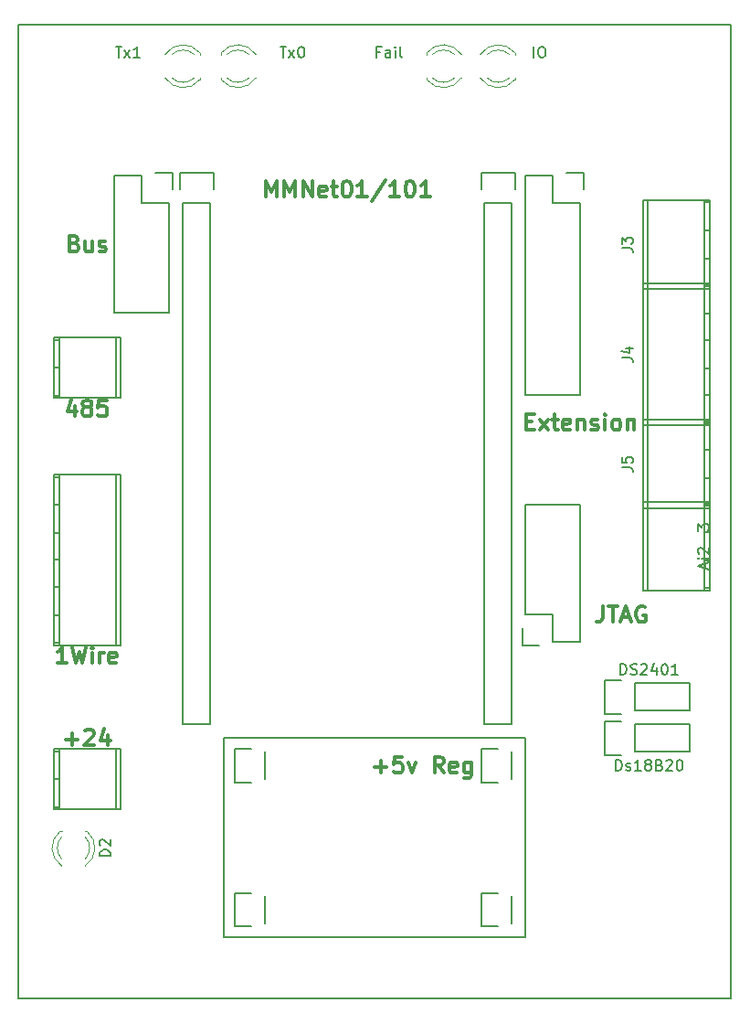
<source format=gbr>
%TF.GenerationSoftware,KiCad,Pcbnew,4.0.7*%
%TF.CreationDate,2018-04-11T17:00:31+03:00*%
%TF.ProjectId,mmnet_base_00,6D6D6E65745F626173655F30302E6B69,rev?*%
%TF.FileFunction,Legend,Top*%
%FSLAX46Y46*%
G04 Gerber Fmt 4.6, Leading zero omitted, Abs format (unit mm)*
G04 Created by KiCad (PCBNEW 4.0.7) date 04/11/18 17:00:31*
%MOMM*%
%LPD*%
G01*
G04 APERTURE LIST*
%ADD10C,0.100000*%
%ADD11C,0.150000*%
%ADD12C,0.300000*%
%ADD13C,0.200000*%
%ADD14C,0.120000*%
G04 APERTURE END LIST*
D10*
D11*
X170180000Y-41910000D02*
X170180000Y-132080000D01*
X104140000Y-41910000D02*
X104140000Y-132080000D01*
X170180000Y-132080000D02*
X104140000Y-132080000D01*
X104140000Y-41910000D02*
X170180000Y-41910000D01*
D12*
X108597143Y-101008571D02*
X107740000Y-101008571D01*
X108168572Y-101008571D02*
X108168572Y-99508571D01*
X108025715Y-99722857D01*
X107882857Y-99865714D01*
X107740000Y-99937143D01*
X109097143Y-99508571D02*
X109454286Y-101008571D01*
X109740000Y-99937143D01*
X110025714Y-101008571D01*
X110382857Y-99508571D01*
X110954286Y-101008571D02*
X110954286Y-100008571D01*
X110954286Y-99508571D02*
X110882857Y-99580000D01*
X110954286Y-99651429D01*
X111025714Y-99580000D01*
X110954286Y-99508571D01*
X110954286Y-99651429D01*
X111668572Y-101008571D02*
X111668572Y-100008571D01*
X111668572Y-100294286D02*
X111740000Y-100151429D01*
X111811429Y-100080000D01*
X111954286Y-100008571D01*
X112097143Y-100008571D01*
X113168571Y-100937143D02*
X113025714Y-101008571D01*
X112740000Y-101008571D01*
X112597143Y-100937143D01*
X112525714Y-100794286D01*
X112525714Y-100222857D01*
X112597143Y-100080000D01*
X112740000Y-100008571D01*
X113025714Y-100008571D01*
X113168571Y-100080000D01*
X113240000Y-100222857D01*
X113240000Y-100365714D01*
X112525714Y-100508571D01*
X108490001Y-108057143D02*
X109632858Y-108057143D01*
X109061429Y-108628571D02*
X109061429Y-107485714D01*
X110275715Y-107271429D02*
X110347144Y-107200000D01*
X110490001Y-107128571D01*
X110847144Y-107128571D01*
X110990001Y-107200000D01*
X111061430Y-107271429D01*
X111132858Y-107414286D01*
X111132858Y-107557143D01*
X111061430Y-107771429D01*
X110204287Y-108628571D01*
X111132858Y-108628571D01*
X112418572Y-107628571D02*
X112418572Y-108628571D01*
X112061429Y-107057143D02*
X111704286Y-108128571D01*
X112632858Y-108128571D01*
X109347144Y-77148571D02*
X109347144Y-78148571D01*
X108990001Y-76577143D02*
X108632858Y-77648571D01*
X109561430Y-77648571D01*
X110347144Y-77291429D02*
X110204286Y-77220000D01*
X110132858Y-77148571D01*
X110061429Y-77005714D01*
X110061429Y-76934286D01*
X110132858Y-76791429D01*
X110204286Y-76720000D01*
X110347144Y-76648571D01*
X110632858Y-76648571D01*
X110775715Y-76720000D01*
X110847144Y-76791429D01*
X110918572Y-76934286D01*
X110918572Y-77005714D01*
X110847144Y-77148571D01*
X110775715Y-77220000D01*
X110632858Y-77291429D01*
X110347144Y-77291429D01*
X110204286Y-77362857D01*
X110132858Y-77434286D01*
X110061429Y-77577143D01*
X110061429Y-77862857D01*
X110132858Y-78005714D01*
X110204286Y-78077143D01*
X110347144Y-78148571D01*
X110632858Y-78148571D01*
X110775715Y-78077143D01*
X110847144Y-78005714D01*
X110918572Y-77862857D01*
X110918572Y-77577143D01*
X110847144Y-77434286D01*
X110775715Y-77362857D01*
X110632858Y-77291429D01*
X112275715Y-76648571D02*
X111561429Y-76648571D01*
X111490000Y-77362857D01*
X111561429Y-77291429D01*
X111704286Y-77220000D01*
X112061429Y-77220000D01*
X112204286Y-77291429D01*
X112275715Y-77362857D01*
X112347143Y-77505714D01*
X112347143Y-77862857D01*
X112275715Y-78005714D01*
X112204286Y-78077143D01*
X112061429Y-78148571D01*
X111704286Y-78148571D01*
X111561429Y-78077143D01*
X111490000Y-78005714D01*
X109311429Y-62122857D02*
X109525715Y-62194286D01*
X109597143Y-62265714D01*
X109668572Y-62408571D01*
X109668572Y-62622857D01*
X109597143Y-62765714D01*
X109525715Y-62837143D01*
X109382857Y-62908571D01*
X108811429Y-62908571D01*
X108811429Y-61408571D01*
X109311429Y-61408571D01*
X109454286Y-61480000D01*
X109525715Y-61551429D01*
X109597143Y-61694286D01*
X109597143Y-61837143D01*
X109525715Y-61980000D01*
X109454286Y-62051429D01*
X109311429Y-62122857D01*
X108811429Y-62122857D01*
X110954286Y-61908571D02*
X110954286Y-62908571D01*
X110311429Y-61908571D02*
X110311429Y-62694286D01*
X110382857Y-62837143D01*
X110525715Y-62908571D01*
X110740000Y-62908571D01*
X110882857Y-62837143D01*
X110954286Y-62765714D01*
X111597143Y-62837143D02*
X111740000Y-62908571D01*
X112025715Y-62908571D01*
X112168572Y-62837143D01*
X112240000Y-62694286D01*
X112240000Y-62622857D01*
X112168572Y-62480000D01*
X112025715Y-62408571D01*
X111811429Y-62408571D01*
X111668572Y-62337143D01*
X111597143Y-62194286D01*
X111597143Y-62122857D01*
X111668572Y-61980000D01*
X111811429Y-61908571D01*
X112025715Y-61908571D01*
X112168572Y-61980000D01*
X151210000Y-78632857D02*
X151710000Y-78632857D01*
X151924286Y-79418571D02*
X151210000Y-79418571D01*
X151210000Y-77918571D01*
X151924286Y-77918571D01*
X152424286Y-79418571D02*
X153210000Y-78418571D01*
X152424286Y-78418571D02*
X153210000Y-79418571D01*
X153567143Y-78418571D02*
X154138572Y-78418571D01*
X153781429Y-77918571D02*
X153781429Y-79204286D01*
X153852857Y-79347143D01*
X153995715Y-79418571D01*
X154138572Y-79418571D01*
X155210000Y-79347143D02*
X155067143Y-79418571D01*
X154781429Y-79418571D01*
X154638572Y-79347143D01*
X154567143Y-79204286D01*
X154567143Y-78632857D01*
X154638572Y-78490000D01*
X154781429Y-78418571D01*
X155067143Y-78418571D01*
X155210000Y-78490000D01*
X155281429Y-78632857D01*
X155281429Y-78775714D01*
X154567143Y-78918571D01*
X155924286Y-78418571D02*
X155924286Y-79418571D01*
X155924286Y-78561429D02*
X155995714Y-78490000D01*
X156138572Y-78418571D01*
X156352857Y-78418571D01*
X156495714Y-78490000D01*
X156567143Y-78632857D01*
X156567143Y-79418571D01*
X157210000Y-79347143D02*
X157352857Y-79418571D01*
X157638572Y-79418571D01*
X157781429Y-79347143D01*
X157852857Y-79204286D01*
X157852857Y-79132857D01*
X157781429Y-78990000D01*
X157638572Y-78918571D01*
X157424286Y-78918571D01*
X157281429Y-78847143D01*
X157210000Y-78704286D01*
X157210000Y-78632857D01*
X157281429Y-78490000D01*
X157424286Y-78418571D01*
X157638572Y-78418571D01*
X157781429Y-78490000D01*
X158495715Y-79418571D02*
X158495715Y-78418571D01*
X158495715Y-77918571D02*
X158424286Y-77990000D01*
X158495715Y-78061429D01*
X158567143Y-77990000D01*
X158495715Y-77918571D01*
X158495715Y-78061429D01*
X159424287Y-79418571D02*
X159281429Y-79347143D01*
X159210001Y-79275714D01*
X159138572Y-79132857D01*
X159138572Y-78704286D01*
X159210001Y-78561429D01*
X159281429Y-78490000D01*
X159424287Y-78418571D01*
X159638572Y-78418571D01*
X159781429Y-78490000D01*
X159852858Y-78561429D01*
X159924287Y-78704286D01*
X159924287Y-79132857D01*
X159852858Y-79275714D01*
X159781429Y-79347143D01*
X159638572Y-79418571D01*
X159424287Y-79418571D01*
X160567144Y-78418571D02*
X160567144Y-79418571D01*
X160567144Y-78561429D02*
X160638572Y-78490000D01*
X160781430Y-78418571D01*
X160995715Y-78418571D01*
X161138572Y-78490000D01*
X161210001Y-78632857D01*
X161210001Y-79418571D01*
X158270000Y-95698571D02*
X158270000Y-96770000D01*
X158198572Y-96984286D01*
X158055715Y-97127143D01*
X157841429Y-97198571D01*
X157698572Y-97198571D01*
X158770000Y-95698571D02*
X159627143Y-95698571D01*
X159198572Y-97198571D02*
X159198572Y-95698571D01*
X160055714Y-96770000D02*
X160770000Y-96770000D01*
X159912857Y-97198571D02*
X160412857Y-95698571D01*
X160912857Y-97198571D01*
X162198571Y-95770000D02*
X162055714Y-95698571D01*
X161841428Y-95698571D01*
X161627143Y-95770000D01*
X161484285Y-95912857D01*
X161412857Y-96055714D01*
X161341428Y-96341429D01*
X161341428Y-96555714D01*
X161412857Y-96841429D01*
X161484285Y-96984286D01*
X161627143Y-97127143D01*
X161841428Y-97198571D01*
X161984285Y-97198571D01*
X162198571Y-97127143D01*
X162270000Y-97055714D01*
X162270000Y-96555714D01*
X161984285Y-96555714D01*
X127048572Y-57828571D02*
X127048572Y-56328571D01*
X127548572Y-57400000D01*
X128048572Y-56328571D01*
X128048572Y-57828571D01*
X128762858Y-57828571D02*
X128762858Y-56328571D01*
X129262858Y-57400000D01*
X129762858Y-56328571D01*
X129762858Y-57828571D01*
X130477144Y-57828571D02*
X130477144Y-56328571D01*
X131334287Y-57828571D01*
X131334287Y-56328571D01*
X132620001Y-57757143D02*
X132477144Y-57828571D01*
X132191430Y-57828571D01*
X132048573Y-57757143D01*
X131977144Y-57614286D01*
X131977144Y-57042857D01*
X132048573Y-56900000D01*
X132191430Y-56828571D01*
X132477144Y-56828571D01*
X132620001Y-56900000D01*
X132691430Y-57042857D01*
X132691430Y-57185714D01*
X131977144Y-57328571D01*
X133120001Y-56828571D02*
X133691430Y-56828571D01*
X133334287Y-56328571D02*
X133334287Y-57614286D01*
X133405715Y-57757143D01*
X133548573Y-57828571D01*
X133691430Y-57828571D01*
X134477144Y-56328571D02*
X134620001Y-56328571D01*
X134762858Y-56400000D01*
X134834287Y-56471429D01*
X134905716Y-56614286D01*
X134977144Y-56900000D01*
X134977144Y-57257143D01*
X134905716Y-57542857D01*
X134834287Y-57685714D01*
X134762858Y-57757143D01*
X134620001Y-57828571D01*
X134477144Y-57828571D01*
X134334287Y-57757143D01*
X134262858Y-57685714D01*
X134191430Y-57542857D01*
X134120001Y-57257143D01*
X134120001Y-56900000D01*
X134191430Y-56614286D01*
X134262858Y-56471429D01*
X134334287Y-56400000D01*
X134477144Y-56328571D01*
X136405715Y-57828571D02*
X135548572Y-57828571D01*
X135977144Y-57828571D02*
X135977144Y-56328571D01*
X135834287Y-56542857D01*
X135691429Y-56685714D01*
X135548572Y-56757143D01*
X138120000Y-56257143D02*
X136834286Y-58185714D01*
X139405715Y-57828571D02*
X138548572Y-57828571D01*
X138977144Y-57828571D02*
X138977144Y-56328571D01*
X138834287Y-56542857D01*
X138691429Y-56685714D01*
X138548572Y-56757143D01*
X140334286Y-56328571D02*
X140477143Y-56328571D01*
X140620000Y-56400000D01*
X140691429Y-56471429D01*
X140762858Y-56614286D01*
X140834286Y-56900000D01*
X140834286Y-57257143D01*
X140762858Y-57542857D01*
X140691429Y-57685714D01*
X140620000Y-57757143D01*
X140477143Y-57828571D01*
X140334286Y-57828571D01*
X140191429Y-57757143D01*
X140120000Y-57685714D01*
X140048572Y-57542857D01*
X139977143Y-57257143D01*
X139977143Y-56900000D01*
X140048572Y-56614286D01*
X140120000Y-56471429D01*
X140191429Y-56400000D01*
X140334286Y-56328571D01*
X142262857Y-57828571D02*
X141405714Y-57828571D01*
X141834286Y-57828571D02*
X141834286Y-56328571D01*
X141691429Y-56542857D01*
X141548571Y-56685714D01*
X141405714Y-56757143D01*
X137105001Y-110597143D02*
X138247858Y-110597143D01*
X137676429Y-111168571D02*
X137676429Y-110025714D01*
X139676430Y-109668571D02*
X138962144Y-109668571D01*
X138890715Y-110382857D01*
X138962144Y-110311429D01*
X139105001Y-110240000D01*
X139462144Y-110240000D01*
X139605001Y-110311429D01*
X139676430Y-110382857D01*
X139747858Y-110525714D01*
X139747858Y-110882857D01*
X139676430Y-111025714D01*
X139605001Y-111097143D01*
X139462144Y-111168571D01*
X139105001Y-111168571D01*
X138962144Y-111097143D01*
X138890715Y-111025714D01*
X140247858Y-110168571D02*
X140605001Y-111168571D01*
X140962143Y-110168571D01*
X143533572Y-111168571D02*
X143033572Y-110454286D01*
X142676429Y-111168571D02*
X142676429Y-109668571D01*
X143247857Y-109668571D01*
X143390715Y-109740000D01*
X143462143Y-109811429D01*
X143533572Y-109954286D01*
X143533572Y-110168571D01*
X143462143Y-110311429D01*
X143390715Y-110382857D01*
X143247857Y-110454286D01*
X142676429Y-110454286D01*
X144747857Y-111097143D02*
X144605000Y-111168571D01*
X144319286Y-111168571D01*
X144176429Y-111097143D01*
X144105000Y-110954286D01*
X144105000Y-110382857D01*
X144176429Y-110240000D01*
X144319286Y-110168571D01*
X144605000Y-110168571D01*
X144747857Y-110240000D01*
X144819286Y-110382857D01*
X144819286Y-110525714D01*
X144105000Y-110668571D01*
X146105000Y-110168571D02*
X146105000Y-111382857D01*
X146033571Y-111525714D01*
X145962143Y-111597143D01*
X145819286Y-111668571D01*
X145605000Y-111668571D01*
X145462143Y-111597143D01*
X146105000Y-111097143D02*
X145962143Y-111168571D01*
X145676429Y-111168571D01*
X145533571Y-111097143D01*
X145462143Y-111025714D01*
X145390714Y-110882857D01*
X145390714Y-110454286D01*
X145462143Y-110311429D01*
X145533571Y-110240000D01*
X145676429Y-110168571D01*
X145962143Y-110168571D01*
X146105000Y-110240000D01*
D13*
X123190000Y-126365000D02*
X123190000Y-107950000D01*
X151130000Y-126365000D02*
X123190000Y-126365000D01*
X151130000Y-107950000D02*
X151130000Y-126365000D01*
X123190000Y-107950000D02*
X151130000Y-107950000D01*
D11*
X107889040Y-114559080D02*
X107889040Y-108960920D01*
X107391200Y-109159040D02*
X107889040Y-109159040D01*
X107889040Y-114360960D02*
X107391200Y-114360960D01*
X107391200Y-111760000D02*
X107889040Y-111760000D01*
X113190020Y-108960920D02*
X113190020Y-114559080D01*
X107391200Y-108960920D02*
X107391200Y-114559080D01*
X107391200Y-114559080D02*
X113588800Y-114559080D01*
X113588800Y-114559080D02*
X113588800Y-108960920D01*
X113588800Y-108960920D02*
X107391200Y-108960920D01*
X107889040Y-76459080D02*
X107889040Y-70860920D01*
X107391200Y-71059040D02*
X107889040Y-71059040D01*
X107889040Y-76260960D02*
X107391200Y-76260960D01*
X107391200Y-73660000D02*
X107889040Y-73660000D01*
X113190020Y-70860920D02*
X113190020Y-76459080D01*
X107391200Y-70860920D02*
X107391200Y-76459080D01*
X107391200Y-76459080D02*
X113588800Y-76459080D01*
X113588800Y-76459080D02*
X113588800Y-70860920D01*
X113588800Y-70860920D02*
X107391200Y-70860920D01*
X162001200Y-58130440D02*
X162001200Y-66329560D01*
X162399980Y-58130440D02*
X162399980Y-66329560D01*
X167700960Y-58130440D02*
X167700960Y-66329560D01*
X168198800Y-66329560D02*
X168198800Y-58130440D01*
X167700960Y-60929520D02*
X168198800Y-60929520D01*
X168198800Y-66128900D02*
X167700960Y-66128900D01*
X167700960Y-58328560D02*
X168198800Y-58328560D01*
X168198800Y-63527940D02*
X167700960Y-63527940D01*
X168198800Y-58130440D02*
X162001200Y-58130440D01*
X162001200Y-66327020D02*
X168198800Y-66327020D01*
X167700960Y-68590160D02*
X168198800Y-68590160D01*
X168198800Y-65791080D02*
X168198800Y-78988920D01*
X167700960Y-78988920D02*
X167700960Y-65791080D01*
X162399980Y-78988920D02*
X162399980Y-65791080D01*
X162001200Y-65791080D02*
X162001200Y-78988920D01*
X167700960Y-71092060D02*
X168198800Y-71092060D01*
X167700960Y-73690480D02*
X168198800Y-73690480D01*
X168198800Y-78788260D02*
X167700960Y-78788260D01*
X167700960Y-65991740D02*
X168198800Y-65991740D01*
X168198800Y-76187300D02*
X167700960Y-76187300D01*
X168198800Y-65793620D02*
X162001200Y-65793620D01*
X162001200Y-78986380D02*
X168198800Y-78986380D01*
X162001200Y-78450440D02*
X162001200Y-86649560D01*
X162399980Y-78450440D02*
X162399980Y-86649560D01*
X167700960Y-78450440D02*
X167700960Y-86649560D01*
X168198800Y-86649560D02*
X168198800Y-78450440D01*
X167700960Y-81249520D02*
X168198800Y-81249520D01*
X168198800Y-86448900D02*
X167700960Y-86448900D01*
X167700960Y-78648560D02*
X168198800Y-78648560D01*
X168198800Y-83847940D02*
X167700960Y-83847940D01*
X168198800Y-78450440D02*
X162001200Y-78450440D01*
X162001200Y-86647020D02*
X168198800Y-86647020D01*
X162001200Y-86070440D02*
X162001200Y-94269560D01*
X162399980Y-86070440D02*
X162399980Y-94269560D01*
X167700960Y-86070440D02*
X167700960Y-94269560D01*
X168198800Y-94269560D02*
X168198800Y-86070440D01*
X167700960Y-88869520D02*
X168198800Y-88869520D01*
X168198800Y-94068900D02*
X167700960Y-94068900D01*
X167700960Y-86268560D02*
X168198800Y-86268560D01*
X168198800Y-91467940D02*
X167700960Y-91467940D01*
X168198800Y-86070440D02*
X162001200Y-86070440D01*
X162001200Y-94267020D02*
X168198800Y-94267020D01*
X113588800Y-99339400D02*
X113588800Y-83540600D01*
X113190020Y-99339400D02*
X113190020Y-83540600D01*
X107391200Y-83540600D02*
X107391200Y-99339400D01*
X107889040Y-99339400D02*
X107889040Y-83540600D01*
X107889040Y-96540320D02*
X107391200Y-96540320D01*
X107889040Y-93939360D02*
X107391200Y-93939360D01*
X107889040Y-91437460D02*
X107391200Y-91437460D01*
X107889040Y-88940640D02*
X107391200Y-88940640D01*
X107391200Y-83743800D02*
X107889040Y-83743800D01*
X107889040Y-99136200D02*
X107391200Y-99136200D01*
X107391200Y-86342220D02*
X107889040Y-86342220D01*
X107391200Y-99334320D02*
X113588800Y-99334320D01*
X113588800Y-83545680D02*
X107391200Y-83545680D01*
X127000000Y-111760000D02*
X127000000Y-109220000D01*
X124180000Y-108940000D02*
X125730000Y-108940000D01*
X124180000Y-108940000D02*
X124180000Y-112040000D01*
X124180000Y-112040000D02*
X125730000Y-112040000D01*
X127000000Y-125095000D02*
X127000000Y-122555000D01*
X124180000Y-122275000D02*
X125730000Y-122275000D01*
X124180000Y-122275000D02*
X124180000Y-125375000D01*
X124180000Y-125375000D02*
X125730000Y-125375000D01*
X113030000Y-55880000D02*
X113030000Y-68580000D01*
X113030000Y-68580000D02*
X118110000Y-68580000D01*
X118110000Y-68580000D02*
X118110000Y-58420000D01*
X113030000Y-55880000D02*
X115570000Y-55880000D01*
X118390000Y-57150000D02*
X118390000Y-55600000D01*
X115570000Y-55880000D02*
X115570000Y-58420000D01*
X115570000Y-58420000D02*
X118110000Y-58420000D01*
X118390000Y-55600000D02*
X116840000Y-55600000D01*
X149860000Y-111760000D02*
X149860000Y-109220000D01*
X147040000Y-108940000D02*
X148590000Y-108940000D01*
X147040000Y-108940000D02*
X147040000Y-112040000D01*
X147040000Y-112040000D02*
X148590000Y-112040000D01*
X149860000Y-125095000D02*
X149860000Y-122555000D01*
X147040000Y-122275000D02*
X148590000Y-122275000D01*
X147040000Y-122275000D02*
X147040000Y-125375000D01*
X147040000Y-125375000D02*
X148590000Y-125375000D01*
X119380000Y-58420000D02*
X119380000Y-106680000D01*
X119380000Y-106680000D02*
X121920000Y-106680000D01*
X121920000Y-106680000D02*
X121920000Y-58420000D01*
X119100000Y-55600000D02*
X119100000Y-57150000D01*
X119380000Y-58420000D02*
X121920000Y-58420000D01*
X122200000Y-57150000D02*
X122200000Y-55600000D01*
X122200000Y-55600000D02*
X119100000Y-55600000D01*
X147320000Y-58420000D02*
X147320000Y-106680000D01*
X147320000Y-106680000D02*
X149860000Y-106680000D01*
X149860000Y-106680000D02*
X149860000Y-58420000D01*
X147040000Y-55600000D02*
X147040000Y-57150000D01*
X147320000Y-58420000D02*
X149860000Y-58420000D01*
X150140000Y-57150000D02*
X150140000Y-55600000D01*
X150140000Y-55600000D02*
X147040000Y-55600000D01*
X160020000Y-102590000D02*
X158470000Y-102590000D01*
X158470000Y-102590000D02*
X158470000Y-105690000D01*
X158470000Y-105690000D02*
X160020000Y-105690000D01*
X161290000Y-102870000D02*
X166370000Y-102870000D01*
X166370000Y-102870000D02*
X166370000Y-105410000D01*
X166370000Y-105410000D02*
X161290000Y-105410000D01*
X161290000Y-105410000D02*
X161290000Y-102870000D01*
X160020000Y-106400000D02*
X158470000Y-106400000D01*
X158470000Y-106400000D02*
X158470000Y-109500000D01*
X158470000Y-109500000D02*
X160020000Y-109500000D01*
X161290000Y-106680000D02*
X166370000Y-106680000D01*
X166370000Y-106680000D02*
X166370000Y-109220000D01*
X166370000Y-109220000D02*
X161290000Y-109220000D01*
X161290000Y-109220000D02*
X161290000Y-106680000D01*
X151130000Y-76200000D02*
X151130000Y-55880000D01*
X156210000Y-58420000D02*
X156210000Y-76200000D01*
X151130000Y-76200000D02*
X156210000Y-76200000D01*
X151130000Y-55880000D02*
X153670000Y-55880000D01*
X156490000Y-57150000D02*
X156490000Y-55600000D01*
X153670000Y-55880000D02*
X153670000Y-58420000D01*
X153670000Y-58420000D02*
X156210000Y-58420000D01*
X156490000Y-55600000D02*
X154940000Y-55600000D01*
X156210000Y-99060000D02*
X156210000Y-86360000D01*
X156210000Y-86360000D02*
X151130000Y-86360000D01*
X151130000Y-86360000D02*
X151130000Y-96520000D01*
X156210000Y-99060000D02*
X153670000Y-99060000D01*
X150850000Y-97790000D02*
X150850000Y-99340000D01*
X153670000Y-99060000D02*
X153670000Y-96520000D01*
X153670000Y-96520000D02*
X151130000Y-96520000D01*
X150850000Y-99340000D02*
X152400000Y-99340000D01*
D14*
X110298608Y-119782335D02*
G75*
G03X110455516Y-116550000I-1078608J1672335D01*
G01*
X108141392Y-119782335D02*
G75*
G02X107984484Y-116550000I1078608J1672335D01*
G01*
X110299837Y-119151130D02*
G75*
G03X110300000Y-117069039I-1079837J1041130D01*
G01*
X108140163Y-119151130D02*
G75*
G02X108140000Y-117069039I1079837J1041130D01*
G01*
X110456000Y-116550000D02*
X110300000Y-116550000D01*
X108140000Y-116550000D02*
X107984000Y-116550000D01*
X126132335Y-44641392D02*
G75*
G03X122900000Y-44484484I-1672335J-1078608D01*
G01*
X126132335Y-46798608D02*
G75*
G02X122900000Y-46955516I-1672335J1078608D01*
G01*
X125501130Y-44640163D02*
G75*
G03X123419039Y-44640000I-1041130J-1079837D01*
G01*
X125501130Y-46799837D02*
G75*
G02X123419039Y-46800000I-1041130J1079837D01*
G01*
X122900000Y-44484000D02*
X122900000Y-44640000D01*
X122900000Y-46800000D02*
X122900000Y-46956000D01*
X117707665Y-46798608D02*
G75*
G03X120940000Y-46955516I1672335J1078608D01*
G01*
X117707665Y-44641392D02*
G75*
G02X120940000Y-44484484I1672335J-1078608D01*
G01*
X118338870Y-46799837D02*
G75*
G03X120420961Y-46800000I1041130J1079837D01*
G01*
X118338870Y-44640163D02*
G75*
G02X120420961Y-44640000I1041130J-1079837D01*
G01*
X120940000Y-46956000D02*
X120940000Y-46800000D01*
X120940000Y-44640000D02*
X120940000Y-44484000D01*
X145182335Y-44641392D02*
G75*
G03X141950000Y-44484484I-1672335J-1078608D01*
G01*
X145182335Y-46798608D02*
G75*
G02X141950000Y-46955516I-1672335J1078608D01*
G01*
X144551130Y-44640163D02*
G75*
G03X142469039Y-44640000I-1041130J-1079837D01*
G01*
X144551130Y-46799837D02*
G75*
G02X142469039Y-46800000I-1041130J1079837D01*
G01*
X141950000Y-44484000D02*
X141950000Y-44640000D01*
X141950000Y-46800000D02*
X141950000Y-46956000D01*
X146917665Y-46798608D02*
G75*
G03X150150000Y-46955516I1672335J1078608D01*
G01*
X146917665Y-44641392D02*
G75*
G02X150150000Y-44484484I1672335J-1078608D01*
G01*
X147548870Y-46799837D02*
G75*
G03X149630961Y-46800000I1041130J1079837D01*
G01*
X147548870Y-44640163D02*
G75*
G02X149630961Y-44640000I1041130J-1079837D01*
G01*
X150150000Y-46956000D02*
X150150000Y-46800000D01*
X150150000Y-44640000D02*
X150150000Y-44484000D01*
D11*
X160051501Y-62563333D02*
X160765787Y-62563333D01*
X160908644Y-62610953D01*
X161003882Y-62706191D01*
X161051501Y-62849048D01*
X161051501Y-62944286D01*
X160051501Y-62182381D02*
X160051501Y-61563333D01*
X160432453Y-61896667D01*
X160432453Y-61753809D01*
X160480072Y-61658571D01*
X160527691Y-61610952D01*
X160622930Y-61563333D01*
X160861025Y-61563333D01*
X160956263Y-61610952D01*
X161003882Y-61658571D01*
X161051501Y-61753809D01*
X161051501Y-62039524D01*
X161003882Y-62134762D01*
X160956263Y-62182381D01*
X160051501Y-72723333D02*
X160765787Y-72723333D01*
X160908644Y-72770953D01*
X161003882Y-72866191D01*
X161051501Y-73009048D01*
X161051501Y-73104286D01*
X160384834Y-71818571D02*
X161051501Y-71818571D01*
X160003882Y-72056667D02*
X160718168Y-72294762D01*
X160718168Y-71675714D01*
X160051501Y-82883333D02*
X160765787Y-82883333D01*
X160908644Y-82930953D01*
X161003882Y-83026191D01*
X161051501Y-83169048D01*
X161051501Y-83264286D01*
X160051501Y-81930952D02*
X160051501Y-82407143D01*
X160527691Y-82454762D01*
X160480072Y-82407143D01*
X160432453Y-82311905D01*
X160432453Y-82073809D01*
X160480072Y-81978571D01*
X160527691Y-81930952D01*
X160622930Y-81883333D01*
X160861025Y-81883333D01*
X160956263Y-81930952D01*
X161003882Y-81978571D01*
X161051501Y-82073809D01*
X161051501Y-82311905D01*
X161003882Y-82407143D01*
X160956263Y-82454762D01*
X167806667Y-92217619D02*
X167806667Y-91741428D01*
X168092381Y-92312857D02*
X167092381Y-91979524D01*
X168092381Y-91646190D01*
X168092381Y-91312857D02*
X167425714Y-91312857D01*
X167092381Y-91312857D02*
X167140000Y-91360476D01*
X167187619Y-91312857D01*
X167140000Y-91265238D01*
X167092381Y-91312857D01*
X167187619Y-91312857D01*
X167187619Y-90884286D02*
X167140000Y-90836667D01*
X167092381Y-90741429D01*
X167092381Y-90503333D01*
X167140000Y-90408095D01*
X167187619Y-90360476D01*
X167282857Y-90312857D01*
X167378095Y-90312857D01*
X167520952Y-90360476D01*
X168092381Y-90931905D01*
X168092381Y-90312857D01*
X167711429Y-89884286D02*
X167711429Y-89122381D01*
X167092381Y-88741429D02*
X167092381Y-88122381D01*
X167473333Y-88455715D01*
X167473333Y-88312857D01*
X167520952Y-88217619D01*
X167568571Y-88170000D01*
X167663810Y-88122381D01*
X167901905Y-88122381D01*
X167997143Y-88170000D01*
X168044762Y-88217619D01*
X168092381Y-88312857D01*
X168092381Y-88598572D01*
X168044762Y-88693810D01*
X167997143Y-88741429D01*
X159917143Y-102052381D02*
X159917143Y-101052381D01*
X160155238Y-101052381D01*
X160298096Y-101100000D01*
X160393334Y-101195238D01*
X160440953Y-101290476D01*
X160488572Y-101480952D01*
X160488572Y-101623810D01*
X160440953Y-101814286D01*
X160393334Y-101909524D01*
X160298096Y-102004762D01*
X160155238Y-102052381D01*
X159917143Y-102052381D01*
X160869524Y-102004762D02*
X161012381Y-102052381D01*
X161250477Y-102052381D01*
X161345715Y-102004762D01*
X161393334Y-101957143D01*
X161440953Y-101861905D01*
X161440953Y-101766667D01*
X161393334Y-101671429D01*
X161345715Y-101623810D01*
X161250477Y-101576190D01*
X161060000Y-101528571D01*
X160964762Y-101480952D01*
X160917143Y-101433333D01*
X160869524Y-101338095D01*
X160869524Y-101242857D01*
X160917143Y-101147619D01*
X160964762Y-101100000D01*
X161060000Y-101052381D01*
X161298096Y-101052381D01*
X161440953Y-101100000D01*
X161821905Y-101147619D02*
X161869524Y-101100000D01*
X161964762Y-101052381D01*
X162202858Y-101052381D01*
X162298096Y-101100000D01*
X162345715Y-101147619D01*
X162393334Y-101242857D01*
X162393334Y-101338095D01*
X162345715Y-101480952D01*
X161774286Y-102052381D01*
X162393334Y-102052381D01*
X163250477Y-101385714D02*
X163250477Y-102052381D01*
X163012381Y-101004762D02*
X162774286Y-101719048D01*
X163393334Y-101719048D01*
X163964762Y-101052381D02*
X164060001Y-101052381D01*
X164155239Y-101100000D01*
X164202858Y-101147619D01*
X164250477Y-101242857D01*
X164298096Y-101433333D01*
X164298096Y-101671429D01*
X164250477Y-101861905D01*
X164202858Y-101957143D01*
X164155239Y-102004762D01*
X164060001Y-102052381D01*
X163964762Y-102052381D01*
X163869524Y-102004762D01*
X163821905Y-101957143D01*
X163774286Y-101861905D01*
X163726667Y-101671429D01*
X163726667Y-101433333D01*
X163774286Y-101242857D01*
X163821905Y-101147619D01*
X163869524Y-101100000D01*
X163964762Y-101052381D01*
X165250477Y-102052381D02*
X164679048Y-102052381D01*
X164964762Y-102052381D02*
X164964762Y-101052381D01*
X164869524Y-101195238D01*
X164774286Y-101290476D01*
X164679048Y-101338095D01*
X159488571Y-110942381D02*
X159488571Y-109942381D01*
X159726666Y-109942381D01*
X159869524Y-109990000D01*
X159964762Y-110085238D01*
X160012381Y-110180476D01*
X160060000Y-110370952D01*
X160060000Y-110513810D01*
X160012381Y-110704286D01*
X159964762Y-110799524D01*
X159869524Y-110894762D01*
X159726666Y-110942381D01*
X159488571Y-110942381D01*
X160440952Y-110894762D02*
X160536190Y-110942381D01*
X160726666Y-110942381D01*
X160821905Y-110894762D01*
X160869524Y-110799524D01*
X160869524Y-110751905D01*
X160821905Y-110656667D01*
X160726666Y-110609048D01*
X160583809Y-110609048D01*
X160488571Y-110561429D01*
X160440952Y-110466190D01*
X160440952Y-110418571D01*
X160488571Y-110323333D01*
X160583809Y-110275714D01*
X160726666Y-110275714D01*
X160821905Y-110323333D01*
X161821905Y-110942381D02*
X161250476Y-110942381D01*
X161536190Y-110942381D02*
X161536190Y-109942381D01*
X161440952Y-110085238D01*
X161345714Y-110180476D01*
X161250476Y-110228095D01*
X162393333Y-110370952D02*
X162298095Y-110323333D01*
X162250476Y-110275714D01*
X162202857Y-110180476D01*
X162202857Y-110132857D01*
X162250476Y-110037619D01*
X162298095Y-109990000D01*
X162393333Y-109942381D01*
X162583810Y-109942381D01*
X162679048Y-109990000D01*
X162726667Y-110037619D01*
X162774286Y-110132857D01*
X162774286Y-110180476D01*
X162726667Y-110275714D01*
X162679048Y-110323333D01*
X162583810Y-110370952D01*
X162393333Y-110370952D01*
X162298095Y-110418571D01*
X162250476Y-110466190D01*
X162202857Y-110561429D01*
X162202857Y-110751905D01*
X162250476Y-110847143D01*
X162298095Y-110894762D01*
X162393333Y-110942381D01*
X162583810Y-110942381D01*
X162679048Y-110894762D01*
X162726667Y-110847143D01*
X162774286Y-110751905D01*
X162774286Y-110561429D01*
X162726667Y-110466190D01*
X162679048Y-110418571D01*
X162583810Y-110370952D01*
X163536191Y-110418571D02*
X163679048Y-110466190D01*
X163726667Y-110513810D01*
X163774286Y-110609048D01*
X163774286Y-110751905D01*
X163726667Y-110847143D01*
X163679048Y-110894762D01*
X163583810Y-110942381D01*
X163202857Y-110942381D01*
X163202857Y-109942381D01*
X163536191Y-109942381D01*
X163631429Y-109990000D01*
X163679048Y-110037619D01*
X163726667Y-110132857D01*
X163726667Y-110228095D01*
X163679048Y-110323333D01*
X163631429Y-110370952D01*
X163536191Y-110418571D01*
X163202857Y-110418571D01*
X164155238Y-110037619D02*
X164202857Y-109990000D01*
X164298095Y-109942381D01*
X164536191Y-109942381D01*
X164631429Y-109990000D01*
X164679048Y-110037619D01*
X164726667Y-110132857D01*
X164726667Y-110228095D01*
X164679048Y-110370952D01*
X164107619Y-110942381D01*
X164726667Y-110942381D01*
X165345714Y-109942381D02*
X165440953Y-109942381D01*
X165536191Y-109990000D01*
X165583810Y-110037619D01*
X165631429Y-110132857D01*
X165679048Y-110323333D01*
X165679048Y-110561429D01*
X165631429Y-110751905D01*
X165583810Y-110847143D01*
X165536191Y-110894762D01*
X165440953Y-110942381D01*
X165345714Y-110942381D01*
X165250476Y-110894762D01*
X165202857Y-110847143D01*
X165155238Y-110751905D01*
X165107619Y-110561429D01*
X165107619Y-110323333D01*
X165155238Y-110132857D01*
X165202857Y-110037619D01*
X165250476Y-109990000D01*
X165345714Y-109942381D01*
X112632381Y-118848095D02*
X111632381Y-118848095D01*
X111632381Y-118610000D01*
X111680000Y-118467142D01*
X111775238Y-118371904D01*
X111870476Y-118324285D01*
X112060952Y-118276666D01*
X112203810Y-118276666D01*
X112394286Y-118324285D01*
X112489524Y-118371904D01*
X112584762Y-118467142D01*
X112632381Y-118610000D01*
X112632381Y-118848095D01*
X111727619Y-117895714D02*
X111680000Y-117848095D01*
X111632381Y-117752857D01*
X111632381Y-117514761D01*
X111680000Y-117419523D01*
X111727619Y-117371904D01*
X111822857Y-117324285D01*
X111918095Y-117324285D01*
X112060952Y-117371904D01*
X112632381Y-117943333D01*
X112632381Y-117324285D01*
X128373333Y-43902381D02*
X128944762Y-43902381D01*
X128659047Y-44902381D02*
X128659047Y-43902381D01*
X129182857Y-44902381D02*
X129706667Y-44235714D01*
X129182857Y-44235714D02*
X129706667Y-44902381D01*
X130278095Y-43902381D02*
X130373334Y-43902381D01*
X130468572Y-43950000D01*
X130516191Y-43997619D01*
X130563810Y-44092857D01*
X130611429Y-44283333D01*
X130611429Y-44521429D01*
X130563810Y-44711905D01*
X130516191Y-44807143D01*
X130468572Y-44854762D01*
X130373334Y-44902381D01*
X130278095Y-44902381D01*
X130182857Y-44854762D01*
X130135238Y-44807143D01*
X130087619Y-44711905D01*
X130040000Y-44521429D01*
X130040000Y-44283333D01*
X130087619Y-44092857D01*
X130135238Y-43997619D01*
X130182857Y-43950000D01*
X130278095Y-43902381D01*
X113133333Y-43902381D02*
X113704762Y-43902381D01*
X113419047Y-44902381D02*
X113419047Y-43902381D01*
X113942857Y-44902381D02*
X114466667Y-44235714D01*
X113942857Y-44235714D02*
X114466667Y-44902381D01*
X115371429Y-44902381D02*
X114800000Y-44902381D01*
X115085714Y-44902381D02*
X115085714Y-43902381D01*
X114990476Y-44045238D01*
X114895238Y-44140476D01*
X114800000Y-44188095D01*
X137620477Y-44378571D02*
X137287143Y-44378571D01*
X137287143Y-44902381D02*
X137287143Y-43902381D01*
X137763334Y-43902381D01*
X138572858Y-44902381D02*
X138572858Y-44378571D01*
X138525239Y-44283333D01*
X138430001Y-44235714D01*
X138239524Y-44235714D01*
X138144286Y-44283333D01*
X138572858Y-44854762D02*
X138477620Y-44902381D01*
X138239524Y-44902381D01*
X138144286Y-44854762D01*
X138096667Y-44759524D01*
X138096667Y-44664286D01*
X138144286Y-44569048D01*
X138239524Y-44521429D01*
X138477620Y-44521429D01*
X138572858Y-44473810D01*
X139049048Y-44902381D02*
X139049048Y-44235714D01*
X139049048Y-43902381D02*
X139001429Y-43950000D01*
X139049048Y-43997619D01*
X139096667Y-43950000D01*
X139049048Y-43902381D01*
X139049048Y-43997619D01*
X139668095Y-44902381D02*
X139572857Y-44854762D01*
X139525238Y-44759524D01*
X139525238Y-43902381D01*
X151876191Y-44902381D02*
X151876191Y-43902381D01*
X152542857Y-43902381D02*
X152733334Y-43902381D01*
X152828572Y-43950000D01*
X152923810Y-44045238D01*
X152971429Y-44235714D01*
X152971429Y-44569048D01*
X152923810Y-44759524D01*
X152828572Y-44854762D01*
X152733334Y-44902381D01*
X152542857Y-44902381D01*
X152447619Y-44854762D01*
X152352381Y-44759524D01*
X152304762Y-44569048D01*
X152304762Y-44235714D01*
X152352381Y-44045238D01*
X152447619Y-43950000D01*
X152542857Y-43902381D01*
M02*

</source>
